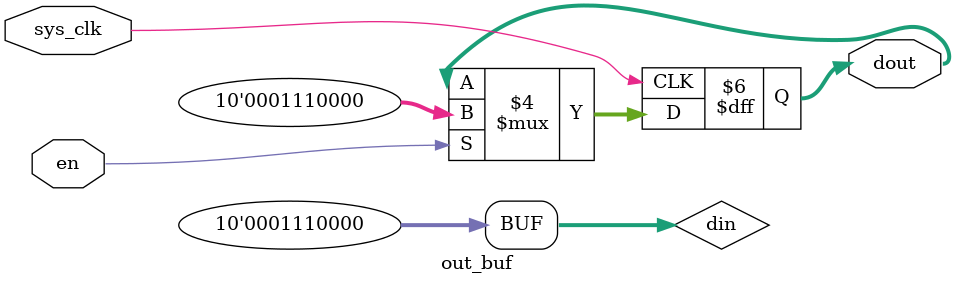
<source format=v>
`timescale 1ns / 1ps

module out_buf(
    input sys_clk,
    input en,
//    input [9:0] din,
    output reg [9:0] dout
);

reg [9:0] din = 10'b0_001_110000;

always @(posedge sys_clk) begin
    if (en) begin
        dout = din;
    end
end

endmodule


</source>
